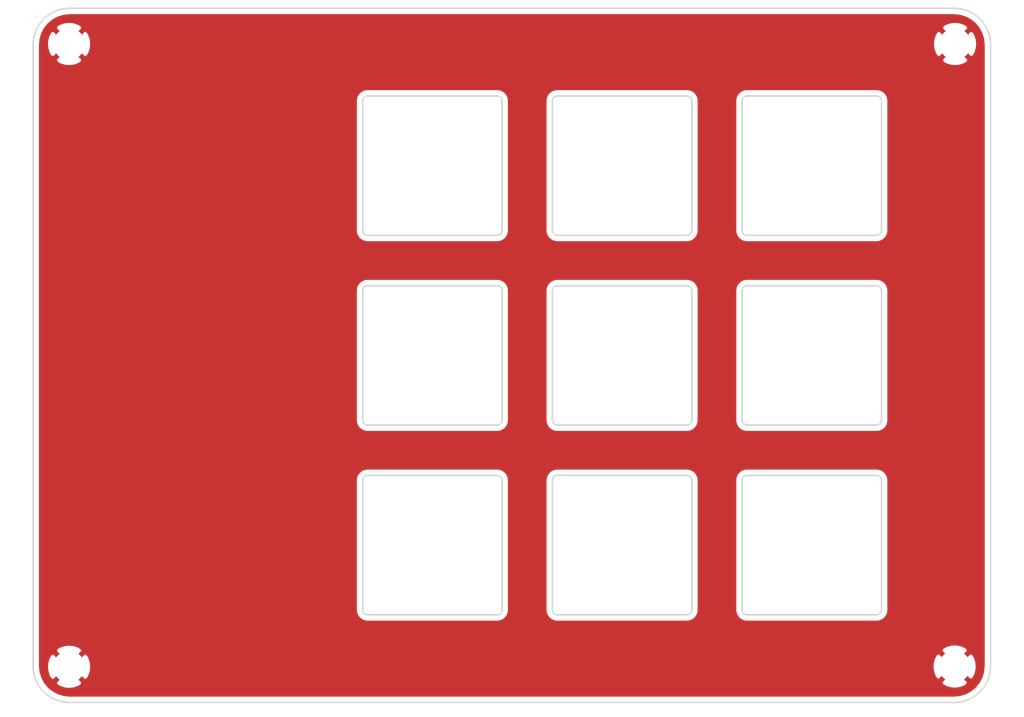
<source format=kicad_pcb>
(kicad_pcb (version 20171130) (host pcbnew "(5.1.10-1-10_14)")

  (general
    (thickness 1.6)
    (drawings 80)
    (tracks 0)
    (zones 0)
    (modules 4)
    (nets 2)
  )

  (page A4)
  (layers
    (0 F.Cu signal)
    (31 B.Cu signal)
    (32 B.Adhes user)
    (33 F.Adhes user)
    (34 B.Paste user)
    (35 F.Paste user)
    (36 B.SilkS user)
    (37 F.SilkS user)
    (38 B.Mask user)
    (39 F.Mask user)
    (40 Dwgs.User user)
    (41 Cmts.User user)
    (42 Eco1.User user)
    (43 Eco2.User user)
    (44 Edge.Cuts user)
    (45 Margin user)
    (46 B.CrtYd user)
    (47 F.CrtYd user)
    (48 B.Fab user)
    (49 F.Fab user)
  )

  (setup
    (last_trace_width 0.25)
    (trace_clearance 0.2)
    (zone_clearance 0.508)
    (zone_45_only no)
    (trace_min 0.2)
    (via_size 0.8)
    (via_drill 0.4)
    (via_min_size 0.4)
    (via_min_drill 0.3)
    (uvia_size 0.3)
    (uvia_drill 0.1)
    (uvias_allowed no)
    (uvia_min_size 0.2)
    (uvia_min_drill 0.1)
    (edge_width 0.05)
    (segment_width 0.2)
    (pcb_text_width 0.3)
    (pcb_text_size 1.5 1.5)
    (mod_edge_width 0.12)
    (mod_text_size 1 1)
    (mod_text_width 0.15)
    (pad_size 1.524 1.524)
    (pad_drill 0.762)
    (pad_to_mask_clearance 0)
    (aux_axis_origin 0 0)
    (visible_elements FFFFFF7F)
    (pcbplotparams
      (layerselection 0x010c0_ffffffff)
      (usegerberextensions false)
      (usegerberattributes true)
      (usegerberadvancedattributes true)
      (creategerberjobfile true)
      (excludeedgelayer true)
      (linewidth 0.100000)
      (plotframeref false)
      (viasonmask false)
      (mode 1)
      (useauxorigin false)
      (hpglpennumber 1)
      (hpglpenspeed 20)
      (hpglpendiameter 15.000000)
      (psnegative false)
      (psa4output false)
      (plotreference true)
      (plotvalue true)
      (plotinvisibletext false)
      (padsonsilk false)
      (subtractmaskfromsilk false)
      (outputformat 1)
      (mirror false)
      (drillshape 0)
      (scaleselection 1)
      (outputdirectory "gerber-20210927/"))
  )

  (net 0 "")
  (net 1 GND)

  (net_class Default "This is the default net class."
    (clearance 0.2)
    (trace_width 0.25)
    (via_dia 0.8)
    (via_drill 0.4)
    (uvia_dia 0.3)
    (uvia_drill 0.1)
    (add_net GND)
  )

  (module MountingHole:MountingHole_3.2mm_M3 (layer F.Cu) (tedit 56D1B4CB) (tstamp 6151D0A8)
    (at 191.439255 125.5776)
    (descr "Mounting Hole 3.2mm, no annular, M3")
    (tags "mounting hole 3.2mm no annular m3")
    (path /6151E287)
    (attr virtual)
    (fp_text reference H4 (at 0 -4.2) (layer F.SilkS) hide
      (effects (font (size 1 1) (thickness 0.15)))
    )
    (fp_text value MountingHole_Pad (at 0 4.2) (layer F.Fab)
      (effects (font (size 1 1) (thickness 0.15)))
    )
    (fp_text user %R (at 0.3 0) (layer F.Fab)
      (effects (font (size 1 1) (thickness 0.15)))
    )
    (fp_circle (center 0 0) (end 3.2 0) (layer Cmts.User) (width 0.15))
    (fp_circle (center 0 0) (end 3.45 0) (layer F.CrtYd) (width 0.05))
    (pad 1 np_thru_hole circle (at 0 0) (size 3.2 3.2) (drill 3.2) (layers *.Cu *.Mask)
      (net 1 GND))
  )

  (module MountingHole:MountingHole_3.2mm_M3 (layer F.Cu) (tedit 56D1B4CB) (tstamp 6151D0AF)
    (at 102.521 125.603)
    (descr "Mounting Hole 3.2mm, no annular, M3")
    (tags "mounting hole 3.2mm no annular m3")
    (path /6151DE0A)
    (attr virtual)
    (fp_text reference H3 (at 0 -4.2) (layer F.SilkS) hide
      (effects (font (size 1 1) (thickness 0.15)))
    )
    (fp_text value MountingHole_Pad (at 0 4.2) (layer F.Fab)
      (effects (font (size 1 1) (thickness 0.15)))
    )
    (fp_text user %R (at 0.3 0) (layer F.Fab)
      (effects (font (size 1 1) (thickness 0.15)))
    )
    (fp_circle (center 0 0) (end 3.2 0) (layer Cmts.User) (width 0.15))
    (fp_circle (center 0 0) (end 3.45 0) (layer F.CrtYd) (width 0.05))
    (pad 1 np_thru_hole circle (at 0 0) (size 3.2 3.2) (drill 3.2) (layers *.Cu *.Mask)
      (net 1 GND))
  )

  (module MountingHole:MountingHole_3.2mm_M3 (layer F.Cu) (tedit 56D1B4CB) (tstamp 6151D0B6)
    (at 191.4858 63.0682)
    (descr "Mounting Hole 3.2mm, no annular, M3")
    (tags "mounting hole 3.2mm no annular m3")
    (path /6151DA6F)
    (attr virtual)
    (fp_text reference H2 (at 0 -4.2) (layer F.SilkS) hide
      (effects (font (size 1 1) (thickness 0.15)))
    )
    (fp_text value MountingHole_Pad (at 0 4.2) (layer F.Fab)
      (effects (font (size 1 1) (thickness 0.15)))
    )
    (fp_text user %R (at 0.3 0) (layer F.Fab)
      (effects (font (size 1 1) (thickness 0.15)))
    )
    (fp_circle (center 0 0) (end 3.2 0) (layer Cmts.User) (width 0.15))
    (fp_circle (center 0 0) (end 3.45 0) (layer F.CrtYd) (width 0.05))
    (pad 1 np_thru_hole circle (at 0 0) (size 3.2 3.2) (drill 3.2) (layers *.Cu *.Mask)
      (net 1 GND))
  )

  (module MountingHole:MountingHole_3.2mm_M3 (layer F.Cu) (tedit 56D1B4CB) (tstamp 6151D0BD)
    (at 102.521 63.0682)
    (descr "Mounting Hole 3.2mm, no annular, M3")
    (tags "mounting hole 3.2mm no annular m3")
    (path /6151D61B)
    (attr virtual)
    (fp_text reference H1 (at 0 -4.2) (layer F.SilkS) hide
      (effects (font (size 1 1) (thickness 0.15)))
    )
    (fp_text value MountingHole_Pad (at 0 4.2) (layer F.Fab)
      (effects (font (size 1 1) (thickness 0.15)))
    )
    (fp_text user %R (at 0.3 0) (layer F.Fab)
      (effects (font (size 1 1) (thickness 0.15)))
    )
    (fp_circle (center 0 0) (end 3.2 0) (layer Cmts.User) (width 0.15))
    (fp_circle (center 0 0) (end 3.45 0) (layer F.CrtYd) (width 0.05))
    (pad 1 np_thru_hole circle (at 0 0) (size 3.2 3.2) (drill 3.2) (layers *.Cu *.Mask)
      (net 1 GND))
  )

  (gr_arc (start 183.6015 119.8856) (end 183.6015 120.3856) (angle -90) (layer Edge.Cuts) (width 0.15))
  (gr_arc (start 170.6015 119.8856) (end 170.1015 119.8856) (angle -90) (layer Edge.Cuts) (width 0.15))
  (gr_arc (start 183.6015 106.8856) (end 184.1015 106.8856) (angle -90) (layer Edge.Cuts) (width 0.15))
  (gr_arc (start 170.6015 106.8856) (end 170.6015 106.3856) (angle -90) (layer Edge.Cuts) (width 0.15))
  (gr_line (start 184.1015 106.8856) (end 184.1015 119.8856) (layer Edge.Cuts) (width 0.15))
  (gr_line (start 170.1015 106.8856) (end 170.1015 119.8856) (layer Edge.Cuts) (width 0.15))
  (gr_line (start 170.6015 120.3856) (end 183.6015 120.3856) (layer Edge.Cuts) (width 0.15))
  (gr_line (start 170.6015 106.3856) (end 183.6015 106.3856) (layer Edge.Cuts) (width 0.15))
  (gr_arc (start 164.5515 119.8856) (end 164.5515 120.3856) (angle -90) (layer Edge.Cuts) (width 0.15))
  (gr_arc (start 151.5515 119.8856) (end 151.0515 119.8856) (angle -90) (layer Edge.Cuts) (width 0.15))
  (gr_arc (start 164.5515 106.8856) (end 165.0515 106.8856) (angle -90) (layer Edge.Cuts) (width 0.15))
  (gr_arc (start 151.5515 106.8856) (end 151.5515 106.3856) (angle -90) (layer Edge.Cuts) (width 0.15))
  (gr_line (start 165.0515 106.8856) (end 165.0515 119.8856) (layer Edge.Cuts) (width 0.15))
  (gr_line (start 151.0515 106.8856) (end 151.0515 119.8856) (layer Edge.Cuts) (width 0.15))
  (gr_line (start 151.5515 120.3856) (end 164.5515 120.3856) (layer Edge.Cuts) (width 0.15))
  (gr_line (start 151.5515 106.3856) (end 164.5515 106.3856) (layer Edge.Cuts) (width 0.15))
  (gr_arc (start 145.501499 119.8856) (end 145.501499 120.3856) (angle -90) (layer Edge.Cuts) (width 0.15))
  (gr_arc (start 132.5015 119.8856) (end 132.0015 119.8856) (angle -90) (layer Edge.Cuts) (width 0.15))
  (gr_arc (start 145.501499 106.8856) (end 146.001499 106.8856) (angle -90) (layer Edge.Cuts) (width 0.15))
  (gr_arc (start 132.5015 106.8856) (end 132.5015 106.3856) (angle -90) (layer Edge.Cuts) (width 0.15))
  (gr_line (start 146.001499 106.8856) (end 146.001499 119.8856) (layer Edge.Cuts) (width 0.15))
  (gr_line (start 132.0015 106.8856) (end 132.0015 119.8856) (layer Edge.Cuts) (width 0.15))
  (gr_line (start 132.5015 120.3856) (end 145.501499 120.3856) (layer Edge.Cuts) (width 0.15))
  (gr_line (start 132.5015 106.3856) (end 145.501499 106.3856) (layer Edge.Cuts) (width 0.15))
  (gr_arc (start 183.6015 100.8356) (end 183.6015 101.3356) (angle -90) (layer Edge.Cuts) (width 0.15))
  (gr_arc (start 170.6015 100.8356) (end 170.1015 100.8356) (angle -90) (layer Edge.Cuts) (width 0.15))
  (gr_arc (start 183.6015 87.8356) (end 184.1015 87.8356) (angle -90) (layer Edge.Cuts) (width 0.15))
  (gr_arc (start 170.6015 87.8356) (end 170.6015 87.3356) (angle -90) (layer Edge.Cuts) (width 0.15))
  (gr_line (start 184.1015 87.8356) (end 184.1015 100.8356) (layer Edge.Cuts) (width 0.15))
  (gr_line (start 170.1015 87.8356) (end 170.1015 100.8356) (layer Edge.Cuts) (width 0.15))
  (gr_line (start 170.6015 101.3356) (end 183.6015 101.3356) (layer Edge.Cuts) (width 0.15))
  (gr_line (start 170.6015 87.3356) (end 183.6015 87.3356) (layer Edge.Cuts) (width 0.15))
  (gr_arc (start 164.5515 100.8356) (end 164.5515 101.3356) (angle -90) (layer Edge.Cuts) (width 0.15))
  (gr_arc (start 151.5515 100.8356) (end 151.0515 100.8356) (angle -90) (layer Edge.Cuts) (width 0.15))
  (gr_arc (start 164.5515 87.8356) (end 165.0515 87.8356) (angle -90) (layer Edge.Cuts) (width 0.15))
  (gr_arc (start 151.5515 87.8356) (end 151.5515 87.3356) (angle -90) (layer Edge.Cuts) (width 0.15))
  (gr_line (start 165.0515 87.8356) (end 165.0515 100.8356) (layer Edge.Cuts) (width 0.15))
  (gr_line (start 151.0515 87.8356) (end 151.0515 100.8356) (layer Edge.Cuts) (width 0.15))
  (gr_line (start 151.5515 101.3356) (end 164.5515 101.3356) (layer Edge.Cuts) (width 0.15))
  (gr_line (start 151.5515 87.3356) (end 164.5515 87.3356) (layer Edge.Cuts) (width 0.15))
  (gr_arc (start 145.501499 100.8356) (end 145.501499 101.3356) (angle -90) (layer Edge.Cuts) (width 0.15))
  (gr_arc (start 132.5015 100.8356) (end 132.0015 100.8356) (angle -90) (layer Edge.Cuts) (width 0.15))
  (gr_arc (start 145.501499 87.8356) (end 146.001499 87.8356) (angle -90) (layer Edge.Cuts) (width 0.15))
  (gr_arc (start 132.5015 87.8356) (end 132.5015 87.3356) (angle -90) (layer Edge.Cuts) (width 0.15))
  (gr_line (start 146.001499 87.8356) (end 146.001499 100.8356) (layer Edge.Cuts) (width 0.15))
  (gr_line (start 132.0015 87.8356) (end 132.0015 100.8356) (layer Edge.Cuts) (width 0.15))
  (gr_line (start 132.5015 101.3356) (end 145.501499 101.3356) (layer Edge.Cuts) (width 0.15))
  (gr_line (start 132.5015 87.3356) (end 145.501499 87.3356) (layer Edge.Cuts) (width 0.15))
  (gr_arc (start 183.6015 81.785599) (end 183.6015 82.285599) (angle -90) (layer Edge.Cuts) (width 0.15))
  (gr_arc (start 170.6015 81.785599) (end 170.1015 81.785599) (angle -90) (layer Edge.Cuts) (width 0.15))
  (gr_arc (start 183.6015 68.7856) (end 184.1015 68.7856) (angle -90) (layer Edge.Cuts) (width 0.15))
  (gr_arc (start 170.6015 68.7856) (end 170.6015 68.2856) (angle -90) (layer Edge.Cuts) (width 0.15))
  (gr_line (start 184.1015 68.7856) (end 184.1015 81.785599) (layer Edge.Cuts) (width 0.15))
  (gr_line (start 170.1015 68.7856) (end 170.1015 81.785599) (layer Edge.Cuts) (width 0.15))
  (gr_line (start 170.6015 82.285599) (end 183.6015 82.285599) (layer Edge.Cuts) (width 0.15))
  (gr_line (start 170.6015 68.2856) (end 183.6015 68.2856) (layer Edge.Cuts) (width 0.15))
  (gr_arc (start 164.5515 81.785599) (end 164.5515 82.285599) (angle -90) (layer Edge.Cuts) (width 0.15))
  (gr_arc (start 151.5515 81.785599) (end 151.0515 81.785599) (angle -90) (layer Edge.Cuts) (width 0.15))
  (gr_arc (start 164.5515 68.7856) (end 165.0515 68.7856) (angle -90) (layer Edge.Cuts) (width 0.15))
  (gr_arc (start 151.5515 68.7856) (end 151.5515 68.2856) (angle -90) (layer Edge.Cuts) (width 0.15))
  (gr_line (start 165.0515 68.7856) (end 165.0515 81.785599) (layer Edge.Cuts) (width 0.15))
  (gr_line (start 151.0515 68.7856) (end 151.0515 81.785599) (layer Edge.Cuts) (width 0.15))
  (gr_line (start 151.5515 82.285599) (end 164.5515 82.285599) (layer Edge.Cuts) (width 0.15))
  (gr_line (start 151.5515 68.2856) (end 164.5515 68.2856) (layer Edge.Cuts) (width 0.15))
  (gr_arc (start 145.501499 81.785599) (end 145.501499 82.285599) (angle -90) (layer Edge.Cuts) (width 0.15))
  (gr_arc (start 132.5015 81.785599) (end 132.0015 81.785599) (angle -90) (layer Edge.Cuts) (width 0.15))
  (gr_arc (start 145.501499 68.7856) (end 146.001499 68.7856) (angle -90) (layer Edge.Cuts) (width 0.15))
  (gr_arc (start 132.5015 68.7856) (end 132.5015 68.2856) (angle -90) (layer Edge.Cuts) (width 0.15))
  (gr_line (start 146.001499 68.7856) (end 146.001499 81.785599) (layer Edge.Cuts) (width 0.15))
  (gr_line (start 132.0015 68.7856) (end 132.0015 81.785599) (layer Edge.Cuts) (width 0.15))
  (gr_line (start 132.5015 82.285599) (end 145.501499 82.285599) (layer Edge.Cuts) (width 0.15))
  (gr_line (start 132.5015 68.2856) (end 145.501499 68.2856) (layer Edge.Cuts) (width 0.15))
  (gr_line (start 102.5718 59.4868) (end 191.389 59.4868) (layer Edge.Cuts) (width 0.15) (tstamp 6151D265))
  (gr_line (start 195.0466 125.5268) (end 195.0466 63.1444) (layer Edge.Cuts) (width 0.15) (tstamp 6151D264))
  (gr_line (start 102.5718 129.1844) (end 191.389 129.1844) (layer Edge.Cuts) (width 0.15) (tstamp 6151D263))
  (gr_line (start 98.9142 125.5268) (end 98.9142 63.1444) (layer Edge.Cuts) (width 0.15) (tstamp 6151D262))
  (gr_arc (start 102.5718 63.1444) (end 102.5718 59.4868) (angle -90) (layer Edge.Cuts) (width 0.15) (tstamp 6151D261))
  (gr_arc (start 191.389 63.1444) (end 195.0466 63.1444) (angle -90) (layer Edge.Cuts) (width 0.15) (tstamp 6151D260))
  (gr_arc (start 191.389 125.5268) (end 191.389 129.1844) (angle -90) (layer Edge.Cuts) (width 0.15) (tstamp 6151D25F))
  (gr_arc (start 102.5718 125.5268) (end 98.9142 125.5268) (angle -90) (layer Edge.Cuts) (width 0.15) (tstamp 6151D25E))

  (zone (net 1) (net_name GND) (layer F.Cu) (tstamp 61524AA0) (hatch edge 0.508)
    (connect_pads (clearance 0.508))
    (min_thickness 0.254)
    (fill yes (arc_segments 32) (thermal_gap 0.508) (thermal_bridge_width 0.508))
    (polygon
      (pts
        (xy 195.70954 129.99212) (xy 98.05924 129.99212) (xy 98.05924 58.8137) (xy 195.70954 58.8137)
      )
    )
    (filled_polygon
      (pts
        (xy 191.960865 60.256277) (xy 192.510945 60.422356) (xy 193.018295 60.692119) (xy 193.463581 61.055285) (xy 193.829849 61.498027)
        (xy 194.103145 62.003477) (xy 194.273061 62.55239) (xy 194.336601 63.156927) (xy 194.3366 125.49208) (xy 194.277125 126.09866)
        (xy 194.111044 126.648745) (xy 193.841283 127.156092) (xy 193.478117 127.601378) (xy 193.035375 127.967647) (xy 192.529924 128.240944)
        (xy 191.981014 128.41086) (xy 191.376482 128.4744) (xy 102.60652 128.4744) (xy 101.99994 128.414925) (xy 101.449855 128.248844)
        (xy 100.942508 127.979083) (xy 100.497222 127.615917) (xy 100.130953 127.173175) (xy 100.12699 127.165845) (xy 101.137761 127.165845)
        (xy 101.305802 127.491643) (xy 101.697607 127.692426) (xy 102.121055 127.812914) (xy 102.559873 127.848476) (xy 102.997197 127.797746)
        (xy 103.416221 127.662674) (xy 103.736198 127.491643) (xy 103.904239 127.165845) (xy 103.87884 127.140445) (xy 190.056016 127.140445)
        (xy 190.224057 127.466243) (xy 190.615862 127.667026) (xy 191.03931 127.787514) (xy 191.478128 127.823076) (xy 191.915452 127.772346)
        (xy 192.334476 127.637274) (xy 192.654453 127.466243) (xy 192.822494 127.140445) (xy 191.439255 125.757205) (xy 190.056016 127.140445)
        (xy 103.87884 127.140445) (xy 102.521 125.782605) (xy 101.137761 127.165845) (xy 100.12699 127.165845) (xy 99.857656 126.667724)
        (xy 99.68774 126.118814) (xy 99.637611 125.641873) (xy 100.275524 125.641873) (xy 100.326254 126.079197) (xy 100.461326 126.498221)
        (xy 100.632357 126.818198) (xy 100.958155 126.986239) (xy 102.341395 125.603) (xy 102.700605 125.603) (xy 104.083845 126.986239)
        (xy 104.409643 126.818198) (xy 104.610426 126.426393) (xy 104.730914 126.002945) (xy 104.762233 125.616473) (xy 189.193779 125.616473)
        (xy 189.244509 126.053797) (xy 189.379581 126.472821) (xy 189.550612 126.792798) (xy 189.87641 126.960839) (xy 191.25965 125.5776)
        (xy 191.61886 125.5776) (xy 193.0021 126.960839) (xy 193.327898 126.792798) (xy 193.528681 126.400993) (xy 193.649169 125.977545)
        (xy 193.684731 125.538727) (xy 193.634001 125.101403) (xy 193.498929 124.682379) (xy 193.327898 124.362402) (xy 193.0021 124.194361)
        (xy 191.61886 125.5776) (xy 191.25965 125.5776) (xy 189.87641 124.194361) (xy 189.550612 124.362402) (xy 189.349829 124.754207)
        (xy 189.229341 125.177655) (xy 189.193779 125.616473) (xy 104.762233 125.616473) (xy 104.766476 125.564127) (xy 104.715746 125.126803)
        (xy 104.580674 124.707779) (xy 104.409643 124.387802) (xy 104.083845 124.219761) (xy 102.700605 125.603) (xy 102.341395 125.603)
        (xy 100.958155 124.219761) (xy 100.632357 124.387802) (xy 100.431574 124.779607) (xy 100.311086 125.203055) (xy 100.275524 125.641873)
        (xy 99.637611 125.641873) (xy 99.6242 125.514282) (xy 99.6242 124.040155) (xy 101.137761 124.040155) (xy 102.521 125.423395)
        (xy 103.904239 124.040155) (xy 103.891139 124.014755) (xy 190.056016 124.014755) (xy 191.439255 125.397995) (xy 192.822494 124.014755)
        (xy 192.654453 123.688957) (xy 192.262648 123.488174) (xy 191.8392 123.367686) (xy 191.400382 123.332124) (xy 190.963058 123.382854)
        (xy 190.544034 123.517926) (xy 190.224057 123.688957) (xy 190.056016 124.014755) (xy 103.891139 124.014755) (xy 103.736198 123.714357)
        (xy 103.344393 123.513574) (xy 102.920945 123.393086) (xy 102.482127 123.357524) (xy 102.044803 123.408254) (xy 101.625779 123.543326)
        (xy 101.305802 123.714357) (xy 101.137761 124.040155) (xy 99.6242 124.040155) (xy 99.6242 106.850724) (xy 131.2915 106.850724)
        (xy 131.291501 119.920477) (xy 131.294455 119.950468) (xy 131.294434 119.953439) (xy 131.295401 119.963305) (xy 131.300455 120.011396)
        (xy 131.301774 120.024784) (xy 131.301909 120.025231) (xy 131.305601 120.060354) (xy 131.318545 120.123411) (xy 131.330599 120.186601)
        (xy 131.333464 120.196091) (xy 131.36232 120.28931) (xy 131.387252 120.348621) (xy 131.411365 120.408302) (xy 131.416019 120.417054)
        (xy 131.462432 120.502892) (xy 131.498398 120.556212) (xy 131.533652 120.610086) (xy 131.539917 120.617768) (xy 131.602119 120.692957)
        (xy 131.647769 120.738289) (xy 131.692799 120.784273) (xy 131.700438 120.790592) (xy 131.776059 120.852268) (xy 131.829647 120.887872)
        (xy 131.882762 120.924241) (xy 131.891483 120.928956) (xy 131.977644 120.974768) (xy 132.037112 120.999279) (xy 132.09628 121.024638)
        (xy 132.105749 121.027569) (xy 132.199167 121.055774) (xy 132.262287 121.068272) (xy 132.325243 121.081654) (xy 132.335102 121.08269)
        (xy 132.432219 121.092212) (xy 132.432223 121.092212) (xy 132.466623 121.0956) (xy 145.536376 121.0956) (xy 145.566376 121.092645)
        (xy 145.569338 121.092666) (xy 145.579204 121.091699) (xy 145.627144 121.08666) (xy 145.640683 121.085327) (xy 145.641135 121.08519)
        (xy 145.676253 121.081499) (xy 145.73931 121.068555) (xy 145.8025 121.056501) (xy 145.81199 121.053636) (xy 145.905209 121.02478)
        (xy 145.96452 120.999848) (xy 146.024201 120.975735) (xy 146.032953 120.971081) (xy 146.118791 120.924668) (xy 146.172111 120.888702)
        (xy 146.225985 120.853448) (xy 146.233667 120.847183) (xy 146.308856 120.784981) (xy 146.354188 120.739331) (xy 146.400172 120.694301)
        (xy 146.406491 120.686662) (xy 146.468167 120.611041) (xy 146.503771 120.557453) (xy 146.54014 120.504338) (xy 146.544855 120.495617)
        (xy 146.590667 120.409456) (xy 146.615178 120.349988) (xy 146.640537 120.29082) (xy 146.643468 120.281351) (xy 146.671673 120.187933)
        (xy 146.684171 120.124813) (xy 146.697553 120.061857) (xy 146.698589 120.051998) (xy 146.708111 119.954881) (xy 146.708111 119.954877)
        (xy 146.711499 119.920477) (xy 146.711499 106.850724) (xy 150.3415 106.850724) (xy 150.341501 119.920477) (xy 150.344455 119.950468)
        (xy 150.344434 119.953439) (xy 150.345401 119.963305) (xy 150.350455 120.011396) (xy 150.351774 120.024784) (xy 150.351909 120.025231)
        (xy 150.355601 120.060354) (xy 150.368545 120.123411) (xy 150.380599 120.186601) (xy 150.383464 120.196091) (xy 150.41232 120.28931)
        (xy 150.437252 120.348621) (xy 150.461365 120.408302) (xy 150.466019 120.417054) (xy 150.512432 120.502892) (xy 150.548398 120.556212)
        (xy 150.583652 120.610086) (xy 150.589917 120.617768) (xy 150.652119 120.692957) (xy 150.697769 120.738289) (xy 150.742799 120.784273)
        (xy 150.750438 120.790592) (xy 150.826059 120.852268) (xy 150.879647 120.887872) (xy 150.932762 120.924241) (xy 150.941483 120.928956)
        (xy 151.027644 120.974768) (xy 151.087112 120.999279) (xy 151.14628 121.024638) (xy 151.155749 121.027569) (xy 151.249167 121.055774)
        (xy 151.312287 121.068272) (xy 151.375243 121.081654) (xy 151.385102 121.08269) (xy 151.482219 121.092212) (xy 151.482223 121.092212)
        (xy 151.516623 121.0956) (xy 164.586377 121.0956) (xy 164.616377 121.092645) (xy 164.619339 121.092666) (xy 164.629205 121.091699)
        (xy 164.677145 121.08666) (xy 164.690684 121.085327) (xy 164.691136 121.08519) (xy 164.726254 121.081499) (xy 164.789311 121.068555)
        (xy 164.852501 121.056501) (xy 164.861991 121.053636) (xy 164.95521 121.02478) (xy 165.014521 120.999848) (xy 165.074202 120.975735)
        (xy 165.082954 120.971081) (xy 165.168792 120.924668) (xy 165.222112 120.888702) (xy 165.275986 120.853448) (xy 165.283668 120.847183)
        (xy 165.358857 120.784981) (xy 165.404189 120.739331) (xy 165.450173 120.694301) (xy 165.456492 120.686662) (xy 165.518168 120.611041)
        (xy 165.553772 120.557453) (xy 165.590141 120.504338) (xy 165.594856 120.495617) (xy 165.640668 120.409456) (xy 165.665179 120.349988)
        (xy 165.690538 120.29082) (xy 165.693469 120.281351) (xy 165.721674 120.187933) (xy 165.734172 120.124813) (xy 165.747554 120.061857)
        (xy 165.74859 120.051998) (xy 165.758112 119.954881) (xy 165.758112 119.954877) (xy 165.7615 119.920477) (xy 165.7615 106.850724)
        (xy 169.3915 106.850724) (xy 169.391501 119.920477) (xy 169.394455 119.950468) (xy 169.394434 119.953439) (xy 169.395401 119.963305)
        (xy 169.400455 120.011396) (xy 169.401774 120.024784) (xy 169.401909 120.025231) (xy 169.405601 120.060354) (xy 169.418545 120.123411)
        (xy 169.430599 120.186601) (xy 169.433464 120.196091) (xy 169.46232 120.28931) (xy 169.487252 120.348621) (xy 169.511365 120.408302)
        (xy 169.516019 120.417054) (xy 169.562432 120.502892) (xy 169.598398 120.556212) (xy 169.633652 120.610086) (xy 169.639917 120.617768)
        (xy 169.702119 120.692957) (xy 169.747769 120.738289) (xy 169.792799 120.784273) (xy 169.800438 120.790592) (xy 169.876059 120.852268)
        (xy 169.929647 120.887872) (xy 169.982762 120.924241) (xy 169.991483 120.928956) (xy 170.077644 120.974768) (xy 170.137112 120.999279)
        (xy 170.19628 121.024638) (xy 170.205749 121.027569) (xy 170.299167 121.055774) (xy 170.362287 121.068272) (xy 170.425243 121.081654)
        (xy 170.435102 121.08269) (xy 170.532219 121.092212) (xy 170.532223 121.092212) (xy 170.566623 121.0956) (xy 183.636377 121.0956)
        (xy 183.666377 121.092645) (xy 183.669339 121.092666) (xy 183.679205 121.091699) (xy 183.727145 121.08666) (xy 183.740684 121.085327)
        (xy 183.741136 121.08519) (xy 183.776254 121.081499) (xy 183.839311 121.068555) (xy 183.902501 121.056501) (xy 183.911991 121.053636)
        (xy 184.00521 121.02478) (xy 184.064521 120.999848) (xy 184.124202 120.975735) (xy 184.132954 120.971081) (xy 184.218792 120.924668)
        (xy 184.272112 120.888702) (xy 184.325986 120.853448) (xy 184.333668 120.847183) (xy 184.408857 120.784981) (xy 184.454189 120.739331)
        (xy 184.500173 120.694301) (xy 184.506492 120.686662) (xy 184.568168 120.611041) (xy 184.603772 120.557453) (xy 184.640141 120.504338)
        (xy 184.644856 120.495617) (xy 184.690668 120.409456) (xy 184.715179 120.349988) (xy 184.740538 120.29082) (xy 184.743469 120.281351)
        (xy 184.771674 120.187933) (xy 184.784172 120.124813) (xy 184.797554 120.061857) (xy 184.79859 120.051998) (xy 184.808112 119.954881)
        (xy 184.808112 119.954877) (xy 184.8115 119.920477) (xy 184.8115 106.850723) (xy 184.808545 106.820723) (xy 184.808566 106.817761)
        (xy 184.807599 106.807895) (xy 184.802561 106.759963) (xy 184.801227 106.746416) (xy 184.80109 106.745964) (xy 184.797399 106.710847)
        (xy 184.784458 106.647803) (xy 184.772401 106.584599) (xy 184.769536 106.575109) (xy 184.74068 106.48189) (xy 184.715753 106.422591)
        (xy 184.691635 106.362898) (xy 184.686981 106.354145) (xy 184.640568 106.268308) (xy 184.604602 106.214988) (xy 184.569348 106.161114)
        (xy 184.563082 106.153432) (xy 184.500881 106.078243) (xy 184.455231 106.032911) (xy 184.410201 105.986927) (xy 184.402562 105.980608)
        (xy 184.326941 105.918932) (xy 184.273353 105.883328) (xy 184.220238 105.846959) (xy 184.211517 105.842244) (xy 184.125356 105.796432)
        (xy 184.065888 105.771921) (xy 184.00672 105.746562) (xy 183.997251 105.743631) (xy 183.903833 105.715426) (xy 183.840713 105.702928)
        (xy 183.777757 105.689546) (xy 183.767898 105.68851) (xy 183.670781 105.678988) (xy 183.670777 105.678988) (xy 183.636377 105.6756)
        (xy 170.566623 105.6756) (xy 170.536623 105.678555) (xy 170.533661 105.678534) (xy 170.523795 105.679501) (xy 170.475863 105.684539)
        (xy 170.462316 105.685873) (xy 170.461864 105.68601) (xy 170.426747 105.689701) (xy 170.363703 105.702642) (xy 170.300499 105.714699)
        (xy 170.291009 105.717564) (xy 170.19779 105.74642) (xy 170.138491 105.771347) (xy 170.078798 105.795465) (xy 170.070045 105.800119)
        (xy 169.984208 105.846532) (xy 169.930888 105.882498) (xy 169.877014 105.917752) (xy 169.869332 105.924018) (xy 169.794143 105.986219)
        (xy 169.748811 106.031869) (xy 169.702827 106.076899) (xy 169.696508 106.084538) (xy 169.634832 106.160159) (xy 169.599228 106.213747)
        (xy 169.562859 106.266862) (xy 169.558144 106.275583) (xy 169.512332 106.361744) (xy 169.487821 106.421212) (xy 169.462462 106.48038)
        (xy 169.459531 106.489849) (xy 169.431326 106.583267) (xy 169.418828 106.646387) (xy 169.405446 106.709343) (xy 169.40441 106.719202)
        (xy 169.394924 106.815955) (xy 169.3915 106.850724) (xy 165.7615 106.850724) (xy 165.7615 106.850723) (xy 165.758545 106.820723)
        (xy 165.758566 106.817761) (xy 165.757599 106.807895) (xy 165.752561 106.759963) (xy 165.751227 106.746416) (xy 165.75109 106.745964)
        (xy 165.747399 106.710847) (xy 165.734458 106.647803) (xy 165.722401 106.584599) (xy 165.719536 106.575109) (xy 165.69068 106.48189)
        (xy 165.665753 106.422591) (xy 165.641635 106.362898) (xy 165.636981 106.354145) (xy 165.590568 106.268308) (xy 165.554602 106.214988)
        (xy 165.519348 106.161114) (xy 165.513082 106.153432) (xy 165.450881 106.078243) (xy 165.405231 106.032911) (xy 165.360201 105.986927)
        (xy 165.352562 105.980608) (xy 165.276941 105.918932) (xy 165.223353 105.883328) (xy 165.170238 105.846959) (xy 165.161517 105.842244)
        (xy 165.075356 105.796432) (xy 165.015888 105.771921) (xy 164.95672 105.746562) (xy 164.947251 105.743631) (xy 164.853833 105.715426)
        (xy 164.790713 105.702928) (xy 164.727757 105.689546) (xy 164.717898 105.68851) (xy 164.620781 105.678988) (xy 164.620777 105.678988)
        (xy 164.586377 105.6756) (xy 151.516623 105.6756) (xy 151.486623 105.678555) (xy 151.483661 105.678534) (xy 151.473795 105.679501)
        (xy 151.425863 105.684539) (xy 151.412316 105.685873) (xy 151.411864 105.68601) (xy 151.376747 105.689701) (xy 151.313703 105.702642)
        (xy 151.250499 105.714699) (xy 151.241009 105.717564) (xy 151.14779 105.74642) (xy 151.088491 105.771347) (xy 151.028798 105.795465)
        (xy 151.020045 105.800119) (xy 150.934208 105.846532) (xy 150.880888 105.882498) (xy 150.827014 105.917752) (xy 150.819332 105.924018)
        (xy 150.744143 105.986219) (xy 150.698811 106.031869) (xy 150.652827 106.076899) (xy 150.646508 106.084538) (xy 150.584832 106.160159)
        (xy 150.549228 106.213747) (xy 150.512859 106.266862) (xy 150.508144 106.275583) (xy 150.462332 106.361744) (xy 150.437821 106.421212)
        (xy 150.412462 106.48038) (xy 150.409531 106.489849) (xy 150.381326 106.583267) (xy 150.368828 106.646387) (xy 150.355446 106.709343)
        (xy 150.35441 106.719202) (xy 150.344924 106.815955) (xy 150.3415 106.850724) (xy 146.711499 106.850724) (xy 146.711499 106.850723)
        (xy 146.708544 106.820723) (xy 146.708565 106.817761) (xy 146.707598 106.807895) (xy 146.70256 106.759963) (xy 146.701226 106.746416)
        (xy 146.701089 106.745964) (xy 146.697398 106.710847) (xy 146.684457 106.647803) (xy 146.6724 106.584599) (xy 146.669535 106.575109)
        (xy 146.640679 106.48189) (xy 146.615752 106.422591) (xy 146.591634 106.362898) (xy 146.58698 106.354145) (xy 146.540567 106.268308)
        (xy 146.504601 106.214988) (xy 146.469347 106.161114) (xy 146.463081 106.153432) (xy 146.40088 106.078243) (xy 146.35523 106.032911)
        (xy 146.3102 105.986927) (xy 146.302561 105.980608) (xy 146.22694 105.918932) (xy 146.173352 105.883328) (xy 146.120237 105.846959)
        (xy 146.111516 105.842244) (xy 146.025355 105.796432) (xy 145.965887 105.771921) (xy 145.906719 105.746562) (xy 145.89725 105.743631)
        (xy 145.803832 105.715426) (xy 145.740712 105.702928) (xy 145.677756 105.689546) (xy 145.667897 105.68851) (xy 145.57078 105.678988)
        (xy 145.570776 105.678988) (xy 145.536376 105.6756) (xy 132.466623 105.6756) (xy 132.436623 105.678555) (xy 132.433661 105.678534)
        (xy 132.423795 105.679501) (xy 132.375863 105.684539) (xy 132.362316 105.685873) (xy 132.361864 105.68601) (xy 132.326747 105.689701)
        (xy 132.263703 105.702642) (xy 132.200499 105.714699) (xy 132.191009 105.717564) (xy 132.09779 105.74642) (xy 132.038491 105.771347)
        (xy 131.978798 105.795465) (xy 131.970045 105.800119) (xy 131.884208 105.846532) (xy 131.830888 105.882498) (xy 131.777014 105.917752)
        (xy 131.769332 105.924018) (xy 131.694143 105.986219) (xy 131.648811 106.031869) (xy 131.602827 106.076899) (xy 131.596508 106.084538)
        (xy 131.534832 106.160159) (xy 131.499228 106.213747) (xy 131.462859 106.266862) (xy 131.458144 106.275583) (xy 131.412332 106.361744)
        (xy 131.387821 106.421212) (xy 131.362462 106.48038) (xy 131.359531 106.489849) (xy 131.331326 106.583267) (xy 131.318828 106.646387)
        (xy 131.305446 106.709343) (xy 131.30441 106.719202) (xy 131.294924 106.815955) (xy 131.2915 106.850724) (xy 99.6242 106.850724)
        (xy 99.6242 87.800724) (xy 131.2915 87.800724) (xy 131.291501 100.870477) (xy 131.294455 100.900468) (xy 131.294434 100.903439)
        (xy 131.295401 100.913305) (xy 131.300455 100.961396) (xy 131.301774 100.974784) (xy 131.301909 100.975231) (xy 131.305601 101.010354)
        (xy 131.318545 101.073411) (xy 131.330599 101.136601) (xy 131.333464 101.146091) (xy 131.36232 101.23931) (xy 131.387252 101.298621)
        (xy 131.411365 101.358302) (xy 131.416019 101.367054) (xy 131.462432 101.452892) (xy 131.498398 101.506212) (xy 131.533652 101.560086)
        (xy 131.539917 101.567768) (xy 131.602119 101.642957) (xy 131.647769 101.688289) (xy 131.692799 101.734273) (xy 131.700438 101.740592)
        (xy 131.776059 101.802268) (xy 131.829647 101.837872) (xy 131.882762 101.874241) (xy 131.891483 101.878956) (xy 131.977644 101.924768)
        (xy 132.037112 101.949279) (xy 132.09628 101.974638) (xy 132.105749 101.977569) (xy 132.199167 102.005774) (xy 132.262287 102.018272)
        (xy 132.325243 102.031654) (xy 132.335102 102.03269) (xy 132.432219 102.042212) (xy 132.432223 102.042212) (xy 132.466623 102.0456)
        (xy 145.536376 102.0456) (xy 145.566376 102.042645) (xy 145.569338 102.042666) (xy 145.579204 102.041699) (xy 145.627144 102.03666)
        (xy 145.640683 102.035327) (xy 145.641135 102.03519) (xy 145.676253 102.031499) (xy 145.73931 102.018555) (xy 145.8025 102.006501)
        (xy 145.81199 102.003636) (xy 145.905209 101.97478) (xy 145.96452 101.949848) (xy 146.024201 101.925735) (xy 146.032953 101.921081)
        (xy 146.118791 101.874668) (xy 146.172111 101.838702) (xy 146.225985 101.803448) (xy 146.233667 101.797183) (xy 146.308856 101.734981)
        (xy 146.354188 101.689331) (xy 146.400172 101.644301) (xy 146.406491 101.636662) (xy 146.468167 101.561041) (xy 146.503771 101.507453)
        (xy 146.54014 101.454338) (xy 146.544855 101.445617) (xy 146.590667 101.359456) (xy 146.615178 101.299988) (xy 146.640537 101.24082)
        (xy 146.643468 101.231351) (xy 146.671673 101.137933) (xy 146.684171 101.074813) (xy 146.697553 101.011857) (xy 146.698589 101.001998)
        (xy 146.708111 100.904881) (xy 146.708111 100.904877) (xy 146.711499 100.870477) (xy 146.711499 87.800724) (xy 150.3415 87.800724)
        (xy 150.341501 100.870477) (xy 150.344455 100.900468) (xy 150.344434 100.903439) (xy 150.345401 100.913305) (xy 150.350455 100.961396)
        (xy 150.351774 100.974784) (xy 150.351909 100.975231) (xy 150.355601 101.010354) (xy 150.368545 101.073411) (xy 150.380599 101.136601)
        (xy 150.383464 101.146091) (xy 150.41232 101.23931) (xy 150.437252 101.298621) (xy 150.461365 101.358302) (xy 150.466019 101.367054)
        (xy 150.512432 101.452892) (xy 150.548398 101.506212) (xy 150.583652 101.560086) (xy 150.589917 101.567768) (xy 150.652119 101.642957)
        (xy 150.697769 101.688289) (xy 150.742799 101.734273) (xy 150.750438 101.740592) (xy 150.826059 101.802268) (xy 150.879647 101.837872)
        (xy 150.932762 101.874241) (xy 150.941483 101.878956) (xy 151.027644 101.924768) (xy 151.087112 101.949279) (xy 151.14628 101.974638)
        (xy 151.155749 101.977569) (xy 151.249167 102.005774) (xy 151.312287 102.018272) (xy 151.375243 102.031654) (xy 151.385102 102.03269)
        (xy 151.482219 102.042212) (xy 151.482223 102.042212) (xy 151.516623 102.0456) (xy 164.586377 102.0456) (xy 164.616377 102.042645)
        (xy 164.619339 102.042666) (xy 164.629205 102.041699) (xy 164.677145 102.03666) (xy 164.690684 102.035327) (xy 164.691136 102.03519)
        (xy 164.726254 102.031499) (xy 164.789311 102.018555) (xy 164.852501 102.006501) (xy 164.861991 102.003636) (xy 164.95521 101.97478)
        (xy 165.014521 101.949848) (xy 165.074202 101.925735) (xy 165.082954 101.921081) (xy 165.168792 101.874668) (xy 165.222112 101.838702)
        (xy 165.275986 101.803448) (xy 165.283668 101.797183) (xy 165.358857 101.734981) (xy 165.404189 101.689331) (xy 165.450173 101.644301)
        (xy 165.456492 101.636662) (xy 165.518168 101.561041) (xy 165.553772 101.507453) (xy 165.590141 101.454338) (xy 165.594856 101.445617)
        (xy 165.640668 101.359456) (xy 165.665179 101.299988) (xy 165.690538 101.24082) (xy 165.693469 101.231351) (xy 165.721674 101.137933)
        (xy 165.734172 101.074813) (xy 165.747554 101.011857) (xy 165.74859 101.001998) (xy 165.758112 100.904881) (xy 165.758112 100.904877)
        (xy 165.7615 100.870477) (xy 165.7615 87.800724) (xy 169.3915 87.800724) (xy 169.391501 100.870477) (xy 169.394455 100.900468)
        (xy 169.394434 100.903439) (xy 169.395401 100.913305) (xy 169.400455 100.961396) (xy 169.401774 100.974784) (xy 169.401909 100.975231)
        (xy 169.405601 101.010354) (xy 169.418545 101.073411) (xy 169.430599 101.136601) (xy 169.433464 101.146091) (xy 169.46232 101.23931)
        (xy 169.487252 101.298621) (xy 169.511365 101.358302) (xy 169.516019 101.367054) (xy 169.562432 101.452892) (xy 169.598398 101.506212)
        (xy 169.633652 101.560086) (xy 169.639917 101.567768) (xy 169.702119 101.642957) (xy 169.747769 101.688289) (xy 169.792799 101.734273)
        (xy 169.800438 101.740592) (xy 169.876059 101.802268) (xy 169.929647 101.837872) (xy 169.982762 101.874241) (xy 169.991483 101.878956)
        (xy 170.077644 101.924768) (xy 170.137112 101.949279) (xy 170.19628 101.974638) (xy 170.205749 101.977569) (xy 170.299167 102.005774)
        (xy 170.362287 102.018272) (xy 170.425243 102.031654) (xy 170.435102 102.03269) (xy 170.532219 102.042212) (xy 170.532223 102.042212)
        (xy 170.566623 102.0456) (xy 183.636377 102.0456) (xy 183.666377 102.042645) (xy 183.669339 102.042666) (xy 183.679205 102.041699)
        (xy 183.727145 102.03666) (xy 183.740684 102.035327) (xy 183.741136 102.03519) (xy 183.776254 102.031499) (xy 183.839311 102.018555)
        (xy 183.902501 102.006501) (xy 183.911991 102.003636) (xy 184.00521 101.97478) (xy 184.064521 101.949848) (xy 184.124202 101.925735)
        (xy 184.132954 101.921081) (xy 184.218792 101.874668) (xy 184.272112 101.838702) (xy 184.325986 101.803448) (xy 184.333668 101.797183)
        (xy 184.408857 101.734981) (xy 184.454189 101.689331) (xy 184.500173 101.644301) (xy 184.506492 101.636662) (xy 184.568168 101.561041)
        (xy 184.603772 101.507453) (xy 184.640141 101.454338) (xy 184.644856 101.445617) (xy 184.690668 101.359456) (xy 184.715179 101.299988)
        (xy 184.740538 101.24082) (xy 184.743469 101.231351) (xy 184.771674 101.137933) (xy 184.784172 101.074813) (xy 184.797554 101.011857)
        (xy 184.79859 101.001998) (xy 184.808112 100.904881) (xy 184.808112 100.904877) (xy 184.8115 100.870477) (xy 184.8115 87.800723)
        (xy 184.808545 87.770723) (xy 184.808566 87.767761) (xy 184.807599 87.757895) (xy 184.802561 87.709963) (xy 184.801227 87.696416)
        (xy 184.80109 87.695964) (xy 184.797399 87.660847) (xy 184.784458 87.597803) (xy 184.772401 87.534599) (xy 184.769536 87.525109)
        (xy 184.74068 87.43189) (xy 184.715753 87.372591) (xy 184.691635 87.312898) (xy 184.686981 87.304145) (xy 184.640568 87.218308)
        (xy 184.604602 87.164988) (xy 184.569348 87.111114) (xy 184.563082 87.103432) (xy 184.500881 87.028243) (xy 184.455231 86.982911)
        (xy 184.410201 86.936927) (xy 184.402562 86.930608) (xy 184.326941 86.868932) (xy 184.273353 86.833328) (xy 184.220238 86.796959)
        (xy 184.211517 86.792244) (xy 184.125356 86.746432) (xy 184.065888 86.721921) (xy 184.00672 86.696562) (xy 183.997251 86.693631)
        (xy 183.903833 86.665426) (xy 183.840713 86.652928) (xy 183.777757 86.639546) (xy 183.767898 86.63851) (xy 183.670781 86.628988)
        (xy 183.670777 86.628988) (xy 183.636377 86.6256) (xy 170.566623 86.6256) (xy 170.536623 86.628555) (xy 170.533661 86.628534)
        (xy 170.523795 86.629501) (xy 170.475863 86.634539) (xy 170.462316 86.635873) (xy 170.461864 86.63601) (xy 170.426747 86.639701)
        (xy 170.363703 86.652642) (xy 170.300499 86.664699) (xy 170.291009 86.667564) (xy 170.19779 86.69642) (xy 170.138491 86.721347)
        (xy 170.078798 86.745465) (xy 170.070045 86.750119) (xy 169.984208 86.796532) (xy 169.930888 86.832498) (xy 169.877014 86.867752)
        (xy 169.869332 86.874018) (xy 169.794143 86.936219) (xy 169.748811 86.981869) (xy 169.702827 87.026899) (xy 169.696508 87.034538)
        (xy 169.634832 87.110159) (xy 169.599228 87.163747) (xy 169.562859 87.216862) (xy 169.558144 87.225583) (xy 169.512332 87.311744)
        (xy 169.487821 87.371212) (xy 169.462462 87.43038) (xy 169.459531 87.439849) (xy 169.431326 87.533267) (xy 169.418828 87.596387)
        (xy 169.405446 87.659343) (xy 169.40441 87.669202) (xy 169.394924 87.765955) (xy 169.3915 87.800724) (xy 165.7615 87.800724)
        (xy 165.7615 87.800723) (xy 165.758545 87.770723) (xy 165.758566 87.767761) (xy 165.757599 87.757895) (xy 165.752561 87.709963)
        (xy 165.751227 87.696416) (xy 165.75109 87.695964) (xy 165.747399 87.660847) (xy 165.734458 87.597803) (xy 165.722401 87.534599)
        (xy 165.719536 87.525109) (xy 165.69068 87.43189) (xy 165.665753 87.372591) (xy 165.641635 87.312898) (xy 165.636981 87.304145)
        (xy 165.590568 87.218308) (xy 165.554602 87.164988) (xy 165.519348 87.111114) (xy 165.513082 87.103432) (xy 165.450881 87.028243)
        (xy 165.405231 86.982911) (xy 165.360201 86.936927) (xy 165.352562 86.930608) (xy 165.276941 86.868932) (xy 165.223353 86.833328)
        (xy 165.170238 86.796959) (xy 165.161517 86.792244) (xy 165.075356 86.746432) (xy 165.015888 86.721921) (xy 164.95672 86.696562)
        (xy 164.947251 86.693631) (xy 164.853833 86.665426) (xy 164.790713 86.652928) (xy 164.727757 86.639546) (xy 164.717898 86.63851)
        (xy 164.620781 86.628988) (xy 164.620777 86.628988) (xy 164.586377 86.6256) (xy 151.516623 86.6256) (xy 151.486623 86.628555)
        (xy 151.483661 86.628534) (xy 151.473795 86.629501) (xy 151.425863 86.634539) (xy 151.412316 86.635873) (xy 151.411864 86.63601)
        (xy 151.376747 86.639701) (xy 151.313703 86.652642) (xy 151.250499 86.664699) (xy 151.241009 86.667564) (xy 151.14779 86.69642)
        (xy 151.088491 86.721347) (xy 151.028798 86.745465) (xy 151.020045 86.750119) (xy 150.934208 86.796532) (xy 150.880888 86.832498)
        (xy 150.827014 86.867752) (xy 150.819332 86.874018) (xy 150.744143 86.936219) (xy 150.698811 86.981869) (xy 150.652827 87.026899)
        (xy 150.646508 87.034538) (xy 150.584832 87.110159) (xy 150.549228 87.163747) (xy 150.512859 87.216862) (xy 150.508144 87.225583)
        (xy 150.462332 87.311744) (xy 150.437821 87.371212) (xy 150.412462 87.43038) (xy 150.409531 87.439849) (xy 150.381326 87.533267)
        (xy 150.368828 87.596387) (xy 150.355446 87.659343) (xy 150.35441 87.669202) (xy 150.344924 87.765955) (xy 150.3415 87.800724)
        (xy 146.711499 87.800724) (xy 146.711499 87.800723) (xy 146.708544 87.770723) (xy 146.708565 87.767761) (xy 146.707598 87.757895)
        (xy 146.70256 87.709963) (xy 146.701226 87.696416) (xy 146.701089 87.695964) (xy 146.697398 87.660847) (xy 146.684457 87.597803)
        (xy 146.6724 87.534599) (xy 146.669535 87.525109) (xy 146.640679 87.43189) (xy 146.615752 87.372591) (xy 146.591634 87.312898)
        (xy 146.58698 87.304145) (xy 146.540567 87.218308) (xy 146.504601 87.164988) (xy 146.469347 87.111114) (xy 146.463081 87.103432)
        (xy 146.40088 87.028243) (xy 146.35523 86.982911) (xy 146.3102 86.936927) (xy 146.302561 86.930608) (xy 146.22694 86.868932)
        (xy 146.173352 86.833328) (xy 146.120237 86.796959) (xy 146.111516 86.792244) (xy 146.025355 86.746432) (xy 145.965887 86.721921)
        (xy 145.906719 86.696562) (xy 145.89725 86.693631) (xy 145.803832 86.665426) (xy 145.740712 86.652928) (xy 145.677756 86.639546)
        (xy 145.667897 86.63851) (xy 145.57078 86.628988) (xy 145.570776 86.628988) (xy 145.536376 86.6256) (xy 132.466623 86.6256)
        (xy 132.436623 86.628555) (xy 132.433661 86.628534) (xy 132.423795 86.629501) (xy 132.375863 86.634539) (xy 132.362316 86.635873)
        (xy 132.361864 86.63601) (xy 132.326747 86.639701) (xy 132.263703 86.652642) (xy 132.200499 86.664699) (xy 132.191009 86.667564)
        (xy 132.09779 86.69642) (xy 132.038491 86.721347) (xy 131.978798 86.745465) (xy 131.970045 86.750119) (xy 131.884208 86.796532)
        (xy 131.830888 86.832498) (xy 131.777014 86.867752) (xy 131.769332 86.874018) (xy 131.694143 86.936219) (xy 131.648811 86.981869)
        (xy 131.602827 87.026899) (xy 131.596508 87.034538) (xy 131.534832 87.110159) (xy 131.499228 87.163747) (xy 131.462859 87.216862)
        (xy 131.458144 87.225583) (xy 131.412332 87.311744) (xy 131.387821 87.371212) (xy 131.362462 87.43038) (xy 131.359531 87.439849)
        (xy 131.331326 87.533267) (xy 131.318828 87.596387) (xy 131.305446 87.659343) (xy 131.30441 87.669202) (xy 131.294924 87.765955)
        (xy 131.2915 87.800724) (xy 99.6242 87.800724) (xy 99.6242 68.750724) (xy 131.2915 68.750724) (xy 131.291501 81.820476)
        (xy 131.294455 81.850467) (xy 131.294434 81.853438) (xy 131.295401 81.863304) (xy 131.300455 81.911395) (xy 131.301774 81.924783)
        (xy 131.301909 81.92523) (xy 131.305601 81.960353) (xy 131.318545 82.02341) (xy 131.330599 82.0866) (xy 131.333464 82.09609)
        (xy 131.36232 82.189309) (xy 131.387252 82.24862) (xy 131.411365 82.308301) (xy 131.416019 82.317053) (xy 131.462432 82.402891)
        (xy 131.498398 82.456211) (xy 131.533652 82.510085) (xy 131.539917 82.517767) (xy 131.602119 82.592956) (xy 131.647769 82.638288)
        (xy 131.692799 82.684272) (xy 131.700438 82.690591) (xy 131.776059 82.752267) (xy 131.829647 82.787871) (xy 131.882762 82.82424)
        (xy 131.891483 82.828955) (xy 131.977644 82.874767) (xy 132.037112 82.899278) (xy 132.09628 82.924637) (xy 132.105749 82.927568)
        (xy 132.199167 82.955773) (xy 132.262287 82.968271) (xy 132.325243 82.981653) (xy 132.335102 82.982689) (xy 132.432219 82.992211)
        (xy 132.432223 82.992211) (xy 132.466623 82.995599) (xy 145.536376 82.995599) (xy 145.566376 82.992644) (xy 145.569338 82.992665)
        (xy 145.579204 82.991698) (xy 145.627144 82.986659) (xy 145.640683 82.985326) (xy 145.641135 82.985189) (xy 145.676253 82.981498)
        (xy 145.73931 82.968554) (xy 145.8025 82.9565) (xy 145.81199 82.953635) (xy 145.905209 82.924779) (xy 145.96452 82.899847)
        (xy 146.024201 82.875734) (xy 146.032953 82.87108) (xy 146.118791 82.824667) (xy 146.172111 82.788701) (xy 146.225985 82.753447)
        (xy 146.233667 82.747182) (xy 146.308856 82.68498) (xy 146.354188 82.63933) (xy 146.400172 82.5943) (xy 146.406491 82.586661)
        (xy 146.468167 82.51104) (xy 146.503771 82.457452) (xy 146.54014 82.404337) (xy 146.544855 82.395616) (xy 146.590667 82.309455)
        (xy 146.615178 82.249987) (xy 146.640537 82.190819) (xy 146.643468 82.18135) (xy 146.671673 82.087932) (xy 146.684171 82.024812)
        (xy 146.697553 81.961856) (xy 146.698589 81.951997) (xy 146.708111 81.85488) (xy 146.708111 81.854876) (xy 146.711499 81.820476)
        (xy 146.711499 68.750724) (xy 150.3415 68.750724) (xy 150.341501 81.820476) (xy 150.344455 81.850467) (xy 150.344434 81.853438)
        (xy 150.345401 81.863304) (xy 150.350455 81.911395) (xy 150.351774 81.924783) (xy 150.351909 81.92523) (xy 150.355601 81.960353)
        (xy 150.368545 82.02341) (xy 150.380599 82.0866) (xy 150.383464 82.09609) (xy 150.41232 82.189309) (xy 150.437252 82.24862)
        (xy 150.461365 82.308301) (xy 150.466019 82.317053) (xy 150.512432 82.402891) (xy 150.548398 82.456211) (xy 150.583652 82.510085)
        (xy 150.589917 82.517767) (xy 150.652119 82.592956) (xy 150.697769 82.638288) (xy 150.742799 82.684272) (xy 150.750438 82.690591)
        (xy 150.826059 82.752267) (xy 150.879647 82.787871) (xy 150.932762 82.82424) (xy 150.941483 82.828955) (xy 151.027644 82.874767)
        (xy 151.087112 82.899278) (xy 151.14628 82.924637) (xy 151.155749 82.927568) (xy 151.249167 82.955773) (xy 151.312287 82.968271)
        (xy 151.375243 82.981653) (xy 151.385102 82.982689) (xy 151.482219 82.992211) (xy 151.482223 82.992211) (xy 151.516623 82.995599)
        (xy 164.586377 82.995599) (xy 164.616377 82.992644) (xy 164.619339 82.992665) (xy 164.629205 82.991698) (xy 164.677145 82.986659)
        (xy 164.690684 82.985326) (xy 164.691136 82.985189) (xy 164.726254 82.981498) (xy 164.789311 82.968554) (xy 164.852501 82.9565)
        (xy 164.861991 82.953635) (xy 164.95521 82.924779) (xy 165.014521 82.899847) (xy 165.074202 82.875734) (xy 165.082954 82.87108)
        (xy 165.168792 82.824667) (xy 165.222112 82.788701) (xy 165.275986 82.753447) (xy 165.283668 82.747182) (xy 165.358857 82.68498)
        (xy 165.404189 82.63933) (xy 165.450173 82.5943) (xy 165.456492 82.586661) (xy 165.518168 82.51104) (xy 165.553772 82.457452)
        (xy 165.590141 82.404337) (xy 165.594856 82.395616) (xy 165.640668 82.309455) (xy 165.665179 82.249987) (xy 165.690538 82.190819)
        (xy 165.693469 82.18135) (xy 165.721674 82.087932) (xy 165.734172 82.024812) (xy 165.747554 81.961856) (xy 165.74859 81.951997)
        (xy 165.758112 81.85488) (xy 165.758112 81.854876) (xy 165.7615 81.820476) (xy 165.7615 68.750724) (xy 169.3915 68.750724)
        (xy 169.391501 81.820476) (xy 169.394455 81.850467) (xy 169.394434 81.853438) (xy 169.395401 81.863304) (xy 169.400455 81.911395)
        (xy 169.401774 81.924783) (xy 169.401909 81.92523) (xy 169.405601 81.960353) (xy 169.418545 82.02341) (xy 169.430599 82.0866)
        (xy 169.433464 82.09609) (xy 169.46232 82.189309) (xy 169.487252 82.24862) (xy 169.511365 82.308301) (xy 169.516019 82.317053)
        (xy 169.562432 82.402891) (xy 169.598398 82.456211) (xy 169.633652 82.510085) (xy 169.639917 82.517767) (xy 169.702119 82.592956)
        (xy 169.747769 82.638288) (xy 169.792799 82.684272) (xy 169.800438 82.690591) (xy 169.876059 82.752267) (xy 169.929647 82.787871)
        (xy 169.982762 82.82424) (xy 169.991483 82.828955) (xy 170.077644 82.874767) (xy 170.137112 82.899278) (xy 170.19628 82.924637)
        (xy 170.205749 82.927568) (xy 170.299167 82.955773) (xy 170.362287 82.968271) (xy 170.425243 82.981653) (xy 170.435102 82.982689)
        (xy 170.532219 82.992211) (xy 170.532223 82.992211) (xy 170.566623 82.995599) (xy 183.636377 82.995599) (xy 183.666377 82.992644)
        (xy 183.669339 82.992665) (xy 183.679205 82.991698) (xy 183.727145 82.986659) (xy 183.740684 82.985326) (xy 183.741136 82.985189)
        (xy 183.776254 82.981498) (xy 183.839311 82.968554) (xy 183.902501 82.9565) (xy 183.911991 82.953635) (xy 184.00521 82.924779)
        (xy 184.064521 82.899847) (xy 184.124202 82.875734) (xy 184.132954 82.87108) (xy 184.218792 82.824667) (xy 184.272112 82.788701)
        (xy 184.325986 82.753447) (xy 184.333668 82.747182) (xy 184.408857 82.68498) (xy 184.454189 82.63933) (xy 184.500173 82.5943)
        (xy 184.506492 82.586661) (xy 184.568168 82.51104) (xy 184.603772 82.457452) (xy 184.640141 82.404337) (xy 184.644856 82.395616)
        (xy 184.690668 82.309455) (xy 184.715179 82.249987) (xy 184.740538 82.190819) (xy 184.743469 82.18135) (xy 184.771674 82.087932)
        (xy 184.784172 82.024812) (xy 184.797554 81.961856) (xy 184.79859 81.951997) (xy 184.808112 81.85488) (xy 184.808112 81.854876)
        (xy 184.8115 81.820476) (xy 184.8115 68.750723) (xy 184.808545 68.720723) (xy 184.808566 68.717761) (xy 184.807599 68.707895)
        (xy 184.802561 68.659963) (xy 184.801227 68.646416) (xy 184.80109 68.645964) (xy 184.797399 68.610847) (xy 184.784458 68.547803)
        (xy 184.772401 68.484599) (xy 184.769536 68.475109) (xy 184.74068 68.38189) (xy 184.715753 68.322591) (xy 184.691635 68.262898)
        (xy 184.686981 68.254145) (xy 184.640568 68.168308) (xy 184.604602 68.114988) (xy 184.569348 68.061114) (xy 184.563082 68.053432)
        (xy 184.500881 67.978243) (xy 184.455231 67.932911) (xy 184.410201 67.886927) (xy 184.402562 67.880608) (xy 184.326941 67.818932)
        (xy 184.273353 67.783328) (xy 184.220238 67.746959) (xy 184.211517 67.742244) (xy 184.125356 67.696432) (xy 184.065888 67.671921)
        (xy 184.00672 67.646562) (xy 183.997251 67.643631) (xy 183.903833 67.615426) (xy 183.840713 67.602928) (xy 183.777757 67.589546)
        (xy 183.767898 67.58851) (xy 183.670781 67.578988) (xy 183.670777 67.578988) (xy 183.636377 67.5756) (xy 170.566623 67.5756)
        (xy 170.536623 67.578555) (xy 170.533661 67.578534) (xy 170.523795 67.579501) (xy 170.475863 67.584539) (xy 170.462316 67.585873)
        (xy 170.461864 67.58601) (xy 170.426747 67.589701) (xy 170.363703 67.602642) (xy 170.300499 67.614699) (xy 170.291009 67.617564)
        (xy 170.19779 67.64642) (xy 170.138491 67.671347) (xy 170.078798 67.695465) (xy 170.070045 67.700119) (xy 169.984208 67.746532)
        (xy 169.930888 67.782498) (xy 169.877014 67.817752) (xy 169.869332 67.824018) (xy 169.794143 67.886219) (xy 169.748811 67.931869)
        (xy 169.702827 67.976899) (xy 169.696508 67.984538) (xy 169.634832 68.060159) (xy 169.599228 68.113747) (xy 169.562859 68.166862)
        (xy 169.558144 68.175583) (xy 169.512332 68.261744) (xy 169.487821 68.321212) (xy 169.462462 68.38038) (xy 169.459531 68.389849)
        (xy 169.431326 68.483267) (xy 169.418828 68.546387) (xy 169.405446 68.609343) (xy 169.40441 68.619202) (xy 169.394924 68.715955)
        (xy 169.3915 68.750724) (xy 165.7615 68.750724) (xy 165.7615 68.750723) (xy 165.758545 68.720723) (xy 165.758566 68.717761)
        (xy 165.757599 68.707895) (xy 165.752561 68.659963) (xy 165.751227 68.646416) (xy 165.75109 68.645964) (xy 165.747399 68.610847)
        (xy 165.734458 68.547803) (xy 165.722401 68.484599) (xy 165.719536 68.475109) (xy 165.69068 68.38189) (xy 165.665753 68.322591)
        (xy 165.641635 68.262898) (xy 165.636981 68.254145) (xy 165.590568 68.168308) (xy 165.554602 68.114988) (xy 165.519348 68.061114)
        (xy 165.513082 68.053432) (xy 165.450881 67.978243) (xy 165.405231 67.932911) (xy 165.360201 67.886927) (xy 165.352562 67.880608)
        (xy 165.276941 67.818932) (xy 165.223353 67.783328) (xy 165.170238 67.746959) (xy 165.161517 67.742244) (xy 165.075356 67.696432)
        (xy 165.015888 67.671921) (xy 164.95672 67.646562) (xy 164.947251 67.643631) (xy 164.853833 67.615426) (xy 164.790713 67.602928)
        (xy 164.727757 67.589546) (xy 164.717898 67.58851) (xy 164.620781 67.578988) (xy 164.620777 67.578988) (xy 164.586377 67.5756)
        (xy 151.516623 67.5756) (xy 151.486623 67.578555) (xy 151.483661 67.578534) (xy 151.473795 67.579501) (xy 151.425863 67.584539)
        (xy 151.412316 67.585873) (xy 151.411864 67.58601) (xy 151.376747 67.589701) (xy 151.313703 67.602642) (xy 151.250499 67.614699)
        (xy 151.241009 67.617564) (xy 151.14779 67.64642) (xy 151.088491 67.671347) (xy 151.028798 67.695465) (xy 151.020045 67.700119)
        (xy 150.934208 67.746532) (xy 150.880888 67.782498) (xy 150.827014 67.817752) (xy 150.819332 67.824018) (xy 150.744143 67.886219)
        (xy 150.698811 67.931869) (xy 150.652827 67.976899) (xy 150.646508 67.984538) (xy 150.584832 68.060159) (xy 150.549228 68.113747)
        (xy 150.512859 68.166862) (xy 150.508144 68.175583) (xy 150.462332 68.261744) (xy 150.437821 68.321212) (xy 150.412462 68.38038)
        (xy 150.409531 68.389849) (xy 150.381326 68.483267) (xy 150.368828 68.546387) (xy 150.355446 68.609343) (xy 150.35441 68.619202)
        (xy 150.344924 68.715955) (xy 150.3415 68.750724) (xy 146.711499 68.750724) (xy 146.711499 68.750723) (xy 146.708544 68.720723)
        (xy 146.708565 68.717761) (xy 146.707598 68.707895) (xy 146.70256 68.659963) (xy 146.701226 68.646416) (xy 146.701089 68.645964)
        (xy 146.697398 68.610847) (xy 146.684457 68.547803) (xy 146.6724 68.484599) (xy 146.669535 68.475109) (xy 146.640679 68.38189)
        (xy 146.615752 68.322591) (xy 146.591634 68.262898) (xy 146.58698 68.254145) (xy 146.540567 68.168308) (xy 146.504601 68.114988)
        (xy 146.469347 68.061114) (xy 146.463081 68.053432) (xy 146.40088 67.978243) (xy 146.35523 67.932911) (xy 146.3102 67.886927)
        (xy 146.302561 67.880608) (xy 146.22694 67.818932) (xy 146.173352 67.783328) (xy 146.120237 67.746959) (xy 146.111516 67.742244)
        (xy 146.025355 67.696432) (xy 145.965887 67.671921) (xy 145.906719 67.646562) (xy 145.89725 67.643631) (xy 145.803832 67.615426)
        (xy 145.740712 67.602928) (xy 145.677756 67.589546) (xy 145.667897 67.58851) (xy 145.57078 67.578988) (xy 145.570776 67.578988)
        (xy 145.536376 67.5756) (xy 132.466623 67.5756) (xy 132.436623 67.578555) (xy 132.433661 67.578534) (xy 132.423795 67.579501)
        (xy 132.375863 67.584539) (xy 132.362316 67.585873) (xy 132.361864 67.58601) (xy 132.326747 67.589701) (xy 132.263703 67.602642)
        (xy 132.200499 67.614699) (xy 132.191009 67.617564) (xy 132.09779 67.64642) (xy 132.038491 67.671347) (xy 131.978798 67.695465)
        (xy 131.970045 67.700119) (xy 131.884208 67.746532) (xy 131.830888 67.782498) (xy 131.777014 67.817752) (xy 131.769332 67.824018)
        (xy 131.694143 67.886219) (xy 131.648811 67.931869) (xy 131.602827 67.976899) (xy 131.596508 67.984538) (xy 131.534832 68.060159)
        (xy 131.499228 68.113747) (xy 131.462859 68.166862) (xy 131.458144 68.175583) (xy 131.412332 68.261744) (xy 131.387821 68.321212)
        (xy 131.362462 68.38038) (xy 131.359531 68.389849) (xy 131.331326 68.483267) (xy 131.318828 68.546387) (xy 131.305446 68.609343)
        (xy 131.30441 68.619202) (xy 131.294924 68.715955) (xy 131.2915 68.750724) (xy 99.6242 68.750724) (xy 99.6242 64.631045)
        (xy 101.137761 64.631045) (xy 101.305802 64.956843) (xy 101.697607 65.157626) (xy 102.121055 65.278114) (xy 102.559873 65.313676)
        (xy 102.997197 65.262946) (xy 103.416221 65.127874) (xy 103.736198 64.956843) (xy 103.904239 64.631045) (xy 190.102561 64.631045)
        (xy 190.270602 64.956843) (xy 190.662407 65.157626) (xy 191.085855 65.278114) (xy 191.524673 65.313676) (xy 191.961997 65.262946)
        (xy 192.381021 65.127874) (xy 192.700998 64.956843) (xy 192.869039 64.631045) (xy 191.4858 63.247805) (xy 190.102561 64.631045)
        (xy 103.904239 64.631045) (xy 102.521 63.247805) (xy 101.137761 64.631045) (xy 99.6242 64.631045) (xy 99.6242 63.17912)
        (xy 99.631264 63.107073) (xy 100.275524 63.107073) (xy 100.326254 63.544397) (xy 100.461326 63.963421) (xy 100.632357 64.283398)
        (xy 100.958155 64.451439) (xy 102.341395 63.0682) (xy 102.700605 63.0682) (xy 104.083845 64.451439) (xy 104.409643 64.283398)
        (xy 104.610426 63.891593) (xy 104.730914 63.468145) (xy 104.760175 63.107073) (xy 189.240324 63.107073) (xy 189.291054 63.544397)
        (xy 189.426126 63.963421) (xy 189.597157 64.283398) (xy 189.922955 64.451439) (xy 191.306195 63.0682) (xy 191.665405 63.0682)
        (xy 193.048645 64.451439) (xy 193.374443 64.283398) (xy 193.575226 63.891593) (xy 193.695714 63.468145) (xy 193.731276 63.029327)
        (xy 193.680546 62.592003) (xy 193.545474 62.172979) (xy 193.374443 61.853002) (xy 193.048645 61.684961) (xy 191.665405 63.0682)
        (xy 191.306195 63.0682) (xy 189.922955 61.684961) (xy 189.597157 61.853002) (xy 189.396374 62.244807) (xy 189.275886 62.668255)
        (xy 189.240324 63.107073) (xy 104.760175 63.107073) (xy 104.766476 63.029327) (xy 104.715746 62.592003) (xy 104.580674 62.172979)
        (xy 104.409643 61.853002) (xy 104.083845 61.684961) (xy 102.700605 63.0682) (xy 102.341395 63.0682) (xy 100.958155 61.684961)
        (xy 100.632357 61.853002) (xy 100.431574 62.244807) (xy 100.311086 62.668255) (xy 100.275524 63.107073) (xy 99.631264 63.107073)
        (xy 99.683677 62.572535) (xy 99.849756 62.022455) (xy 100.119519 61.515105) (xy 100.12747 61.505355) (xy 101.137761 61.505355)
        (xy 102.521 62.888595) (xy 103.904239 61.505355) (xy 190.102561 61.505355) (xy 191.4858 62.888595) (xy 192.869039 61.505355)
        (xy 192.700998 61.179557) (xy 192.309193 60.978774) (xy 191.885745 60.858286) (xy 191.446927 60.822724) (xy 191.009603 60.873454)
        (xy 190.590579 61.008526) (xy 190.270602 61.179557) (xy 190.102561 61.505355) (xy 103.904239 61.505355) (xy 103.736198 61.179557)
        (xy 103.344393 60.978774) (xy 102.920945 60.858286) (xy 102.482127 60.822724) (xy 102.044803 60.873454) (xy 101.625779 61.008526)
        (xy 101.305802 61.179557) (xy 101.137761 61.505355) (xy 100.12747 61.505355) (xy 100.482685 61.069819) (xy 100.925427 60.703551)
        (xy 101.430877 60.430255) (xy 101.97979 60.260339) (xy 102.584317 60.1968) (xy 191.35428 60.1968)
      )
    )
  )
  (zone (net 1) (net_name GND) (layer B.Cu) (tstamp 61524A9D) (hatch edge 0.508)
    (connect_pads (clearance 0.508))
    (min_thickness 0.254)
    (fill yes (arc_segments 32) (thermal_gap 0.508) (thermal_bridge_width 0.508))
    (polygon
      (pts
        (xy 195.70954 130.15468) (xy 97.41408 130.15468) (xy 97.41408 58.65114) (xy 195.70954 58.65114)
      )
    )
  )
)

</source>
